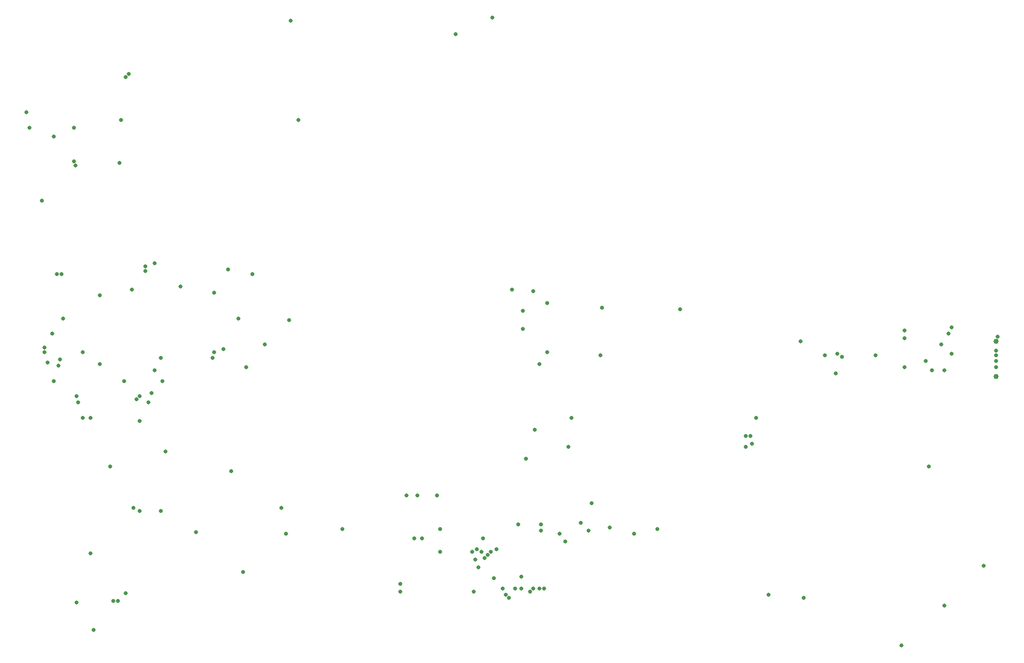
<source format=gbr>
G04 EAGLE Gerber RS-274X export*
G75*
%MOMM*%
%FSLAX34Y34*%
%LPD*%
%INSoldermask Bottom*%
%IPPOS*%
%AMOC8*
5,1,8,0,0,1.08239X$1,22.5*%
G01*
G04 Define Apertures*
%ADD10C,0.853200*%
%ADD11C,0.655600*%
D10*
X1650370Y504500D03*
X1650370Y562300D03*
D11*
X247500Y285000D03*
X282500Y285000D03*
X370000Y545000D03*
X385000Y550000D03*
X117500Y532500D03*
X155000Y545000D03*
X92500Y552500D03*
X140000Y912500D03*
X140000Y857500D03*
X215000Y855000D03*
X230000Y1000000D03*
X1500000Y580000D03*
X1500000Y567500D03*
X1560000Y557500D03*
X1452500Y540000D03*
X1330000Y562500D03*
X1577500Y585000D03*
X872500Y157500D03*
X827500Y175000D03*
X795000Y152500D03*
X867500Y262500D03*
X905000Y262500D03*
X1240000Y407500D03*
X1240000Y390000D03*
X800000Y222500D03*
X1257500Y437500D03*
X225000Y150000D03*
X1500000Y520000D03*
X1650000Y520000D03*
X1650000Y530000D03*
X1650000Y540000D03*
X1577500Y542500D03*
X1572500Y575000D03*
X1652500Y570000D03*
X1535000Y530000D03*
X1650000Y547500D03*
X1565000Y515000D03*
X242500Y467500D03*
X1545000Y515000D03*
X247500Y472500D03*
X172500Y90000D03*
X580000Y255000D03*
X1250000Y395000D03*
X1247500Y407500D03*
X115000Y522500D03*
X92500Y545000D03*
X422500Y520000D03*
X107500Y897500D03*
X825000Y1092500D03*
X842500Y157500D03*
X237500Y290000D03*
X480000Y290000D03*
X155000Y437500D03*
X492500Y597500D03*
X452500Y557500D03*
X847500Y147500D03*
X340000Y250000D03*
X487500Y247500D03*
X145000Y472500D03*
X267500Y477500D03*
X67500Y912500D03*
X257500Y685000D03*
X765000Y1065000D03*
X62500Y937500D03*
X87500Y792500D03*
X290000Y382500D03*
X200000Y357500D03*
X1370000Y540000D03*
X367500Y535000D03*
X112500Y672500D03*
X315000Y652500D03*
X675000Y152500D03*
X675000Y165000D03*
X735000Y310000D03*
X740000Y217500D03*
X740000Y255000D03*
X880000Y370000D03*
X895000Y417500D03*
X950000Y390000D03*
X807500Y217500D03*
X1017500Y257500D03*
X970000Y265000D03*
X797500Y205000D03*
X987500Y297500D03*
X902500Y157500D03*
X697500Y240000D03*
X685000Y310000D03*
X910000Y157500D03*
X710000Y240000D03*
X702500Y310000D03*
X247500Y432500D03*
X397500Y350000D03*
X852500Y142500D03*
X1335000Y142500D03*
X417500Y185000D03*
X222500Y497500D03*
X285000Y497500D03*
X217500Y925000D03*
X225000Y995000D03*
X142500Y850000D03*
X120000Y672500D03*
X432500Y672500D03*
X122500Y600000D03*
X145000Y135000D03*
X235000Y647500D03*
X857500Y647500D03*
X262500Y462500D03*
X1495000Y65000D03*
X1630000Y195000D03*
X1565000Y130000D03*
X1397500Y537500D03*
X902500Y525000D03*
X282500Y535000D03*
X1390000Y542500D03*
X915000Y545000D03*
X182500Y637500D03*
X1540000Y357500D03*
X1387500Y510000D03*
X862500Y157500D03*
X1277500Y147500D03*
X97500Y527500D03*
X107500Y497500D03*
X272500Y515000D03*
X272500Y690000D03*
X507500Y925000D03*
X495000Y1087500D03*
X1132500Y615000D03*
X892500Y645000D03*
X167500Y437500D03*
X167500Y215000D03*
X955000Y437500D03*
X1005000Y617500D03*
X915000Y625000D03*
X182500Y525000D03*
X1002500Y540000D03*
X205000Y137500D03*
X105000Y575000D03*
X370000Y642500D03*
X212500Y137500D03*
X147500Y462500D03*
X410000Y600000D03*
X257500Y677500D03*
X392500Y680000D03*
X875000Y612500D03*
X875000Y582500D03*
X792500Y217500D03*
X1095000Y255000D03*
X802500Y192500D03*
X1057500Y247500D03*
X812500Y207500D03*
X982500Y252500D03*
X817500Y212500D03*
X935000Y247500D03*
X822500Y217500D03*
X905000Y252500D03*
X887500Y152500D03*
X945000Y235000D03*
X892500Y157500D03*
X872500Y177500D03*
X832500Y222500D03*
X810000Y240000D03*
M02*

</source>
